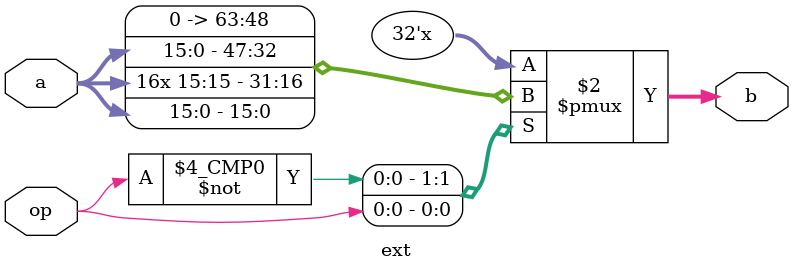
<source format=v>
module ext(a,b,op);
  input[15:0] a;
  input op;
  output[31:0] b;
  reg[31:0] b;
  always @(op or a)
  begin
  case(op)
   1'b0: b={{16{1'b0}},a};
   1'b1: b={{16{a[15]}},a};
  endcase
  end
  endmodule

</source>
